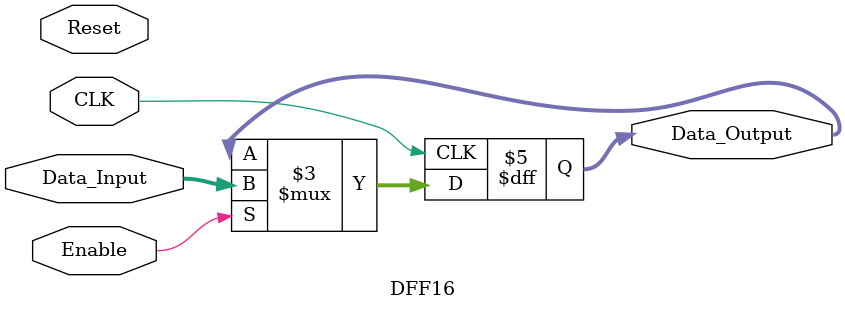
<source format=v>
module DFF16(Data_Input, Enable, Reset, CLK, Data_Output);

input [15:0] Data_Input; 
input Enable;
input CLK;
input Reset;

output reg [15:0] Data_Output; 

always @(posedge CLK)
begin
	
	if (Reset)
		Data_Output <= 16'b0;
	
	if (Enable)
		Data_Output <= Data_Input;
	else
		Data_Output <= Data_Output;

end
endmodule 
</source>
